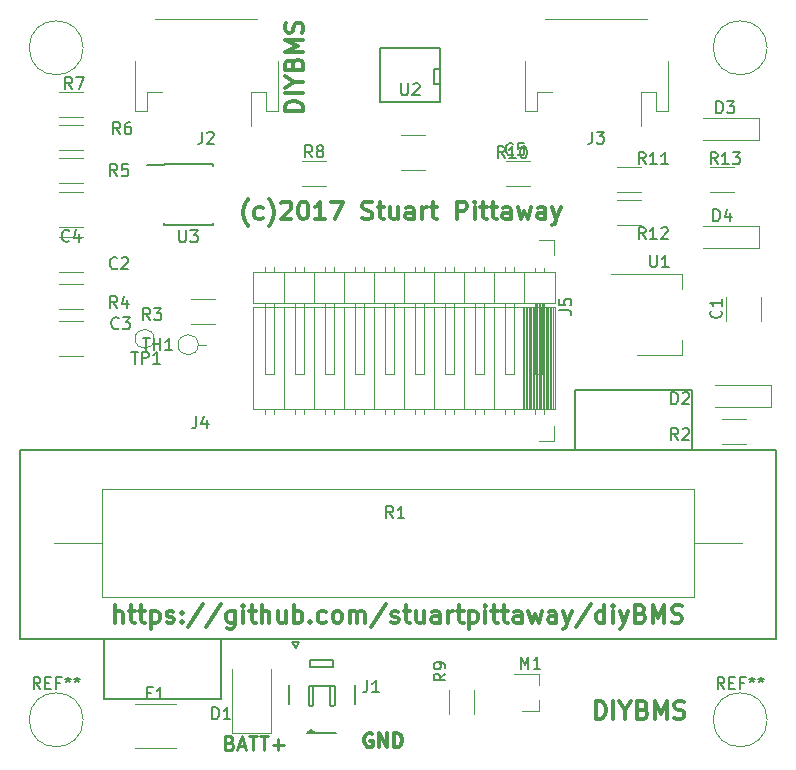
<source format=gto>
G04 #@! TF.FileFunction,Legend,Top*
%FSLAX46Y46*%
G04 Gerber Fmt 4.6, Leading zero omitted, Abs format (unit mm)*
G04 Created by KiCad (PCBNEW 4.0.7) date 11/16/17 18:27:02*
%MOMM*%
%LPD*%
G01*
G04 APERTURE LIST*
%ADD10C,0.100000*%
%ADD11C,0.300000*%
%ADD12C,0.250000*%
%ADD13C,0.200000*%
%ADD14C,0.120000*%
%ADD15C,0.150000*%
G04 APERTURE END LIST*
D10*
D11*
X112941712Y-107866571D02*
X112941712Y-106366571D01*
X113584569Y-107866571D02*
X113584569Y-107080857D01*
X113513140Y-106938000D01*
X113370283Y-106866571D01*
X113155998Y-106866571D01*
X113013140Y-106938000D01*
X112941712Y-107009429D01*
X114084569Y-106866571D02*
X114655998Y-106866571D01*
X114298855Y-106366571D02*
X114298855Y-107652286D01*
X114370283Y-107795143D01*
X114513141Y-107866571D01*
X114655998Y-107866571D01*
X114941712Y-106866571D02*
X115513141Y-106866571D01*
X115155998Y-106366571D02*
X115155998Y-107652286D01*
X115227426Y-107795143D01*
X115370284Y-107866571D01*
X115513141Y-107866571D01*
X116013141Y-106866571D02*
X116013141Y-108366571D01*
X116013141Y-106938000D02*
X116155998Y-106866571D01*
X116441712Y-106866571D01*
X116584569Y-106938000D01*
X116655998Y-107009429D01*
X116727427Y-107152286D01*
X116727427Y-107580857D01*
X116655998Y-107723714D01*
X116584569Y-107795143D01*
X116441712Y-107866571D01*
X116155998Y-107866571D01*
X116013141Y-107795143D01*
X117298855Y-107795143D02*
X117441712Y-107866571D01*
X117727427Y-107866571D01*
X117870284Y-107795143D01*
X117941712Y-107652286D01*
X117941712Y-107580857D01*
X117870284Y-107438000D01*
X117727427Y-107366571D01*
X117513141Y-107366571D01*
X117370284Y-107295143D01*
X117298855Y-107152286D01*
X117298855Y-107080857D01*
X117370284Y-106938000D01*
X117513141Y-106866571D01*
X117727427Y-106866571D01*
X117870284Y-106938000D01*
X118584570Y-107723714D02*
X118655998Y-107795143D01*
X118584570Y-107866571D01*
X118513141Y-107795143D01*
X118584570Y-107723714D01*
X118584570Y-107866571D01*
X118584570Y-106938000D02*
X118655998Y-107009429D01*
X118584570Y-107080857D01*
X118513141Y-107009429D01*
X118584570Y-106938000D01*
X118584570Y-107080857D01*
X120370284Y-106295143D02*
X119084570Y-108223714D01*
X121941713Y-106295143D02*
X120655999Y-108223714D01*
X123084571Y-106866571D02*
X123084571Y-108080857D01*
X123013142Y-108223714D01*
X122941714Y-108295143D01*
X122798857Y-108366571D01*
X122584571Y-108366571D01*
X122441714Y-108295143D01*
X123084571Y-107795143D02*
X122941714Y-107866571D01*
X122656000Y-107866571D01*
X122513142Y-107795143D01*
X122441714Y-107723714D01*
X122370285Y-107580857D01*
X122370285Y-107152286D01*
X122441714Y-107009429D01*
X122513142Y-106938000D01*
X122656000Y-106866571D01*
X122941714Y-106866571D01*
X123084571Y-106938000D01*
X123798857Y-107866571D02*
X123798857Y-106866571D01*
X123798857Y-106366571D02*
X123727428Y-106438000D01*
X123798857Y-106509429D01*
X123870285Y-106438000D01*
X123798857Y-106366571D01*
X123798857Y-106509429D01*
X124298857Y-106866571D02*
X124870286Y-106866571D01*
X124513143Y-106366571D02*
X124513143Y-107652286D01*
X124584571Y-107795143D01*
X124727429Y-107866571D01*
X124870286Y-107866571D01*
X125370286Y-107866571D02*
X125370286Y-106366571D01*
X126013143Y-107866571D02*
X126013143Y-107080857D01*
X125941714Y-106938000D01*
X125798857Y-106866571D01*
X125584572Y-106866571D01*
X125441714Y-106938000D01*
X125370286Y-107009429D01*
X127370286Y-106866571D02*
X127370286Y-107866571D01*
X126727429Y-106866571D02*
X126727429Y-107652286D01*
X126798857Y-107795143D01*
X126941715Y-107866571D01*
X127156000Y-107866571D01*
X127298857Y-107795143D01*
X127370286Y-107723714D01*
X128084572Y-107866571D02*
X128084572Y-106366571D01*
X128084572Y-106938000D02*
X128227429Y-106866571D01*
X128513143Y-106866571D01*
X128656000Y-106938000D01*
X128727429Y-107009429D01*
X128798858Y-107152286D01*
X128798858Y-107580857D01*
X128727429Y-107723714D01*
X128656000Y-107795143D01*
X128513143Y-107866571D01*
X128227429Y-107866571D01*
X128084572Y-107795143D01*
X129441715Y-107723714D02*
X129513143Y-107795143D01*
X129441715Y-107866571D01*
X129370286Y-107795143D01*
X129441715Y-107723714D01*
X129441715Y-107866571D01*
X130798858Y-107795143D02*
X130656001Y-107866571D01*
X130370287Y-107866571D01*
X130227429Y-107795143D01*
X130156001Y-107723714D01*
X130084572Y-107580857D01*
X130084572Y-107152286D01*
X130156001Y-107009429D01*
X130227429Y-106938000D01*
X130370287Y-106866571D01*
X130656001Y-106866571D01*
X130798858Y-106938000D01*
X131656001Y-107866571D02*
X131513143Y-107795143D01*
X131441715Y-107723714D01*
X131370286Y-107580857D01*
X131370286Y-107152286D01*
X131441715Y-107009429D01*
X131513143Y-106938000D01*
X131656001Y-106866571D01*
X131870286Y-106866571D01*
X132013143Y-106938000D01*
X132084572Y-107009429D01*
X132156001Y-107152286D01*
X132156001Y-107580857D01*
X132084572Y-107723714D01*
X132013143Y-107795143D01*
X131870286Y-107866571D01*
X131656001Y-107866571D01*
X132798858Y-107866571D02*
X132798858Y-106866571D01*
X132798858Y-107009429D02*
X132870286Y-106938000D01*
X133013144Y-106866571D01*
X133227429Y-106866571D01*
X133370286Y-106938000D01*
X133441715Y-107080857D01*
X133441715Y-107866571D01*
X133441715Y-107080857D02*
X133513144Y-106938000D01*
X133656001Y-106866571D01*
X133870286Y-106866571D01*
X134013144Y-106938000D01*
X134084572Y-107080857D01*
X134084572Y-107866571D01*
X135870286Y-106295143D02*
X134584572Y-108223714D01*
X136298858Y-107795143D02*
X136441715Y-107866571D01*
X136727430Y-107866571D01*
X136870287Y-107795143D01*
X136941715Y-107652286D01*
X136941715Y-107580857D01*
X136870287Y-107438000D01*
X136727430Y-107366571D01*
X136513144Y-107366571D01*
X136370287Y-107295143D01*
X136298858Y-107152286D01*
X136298858Y-107080857D01*
X136370287Y-106938000D01*
X136513144Y-106866571D01*
X136727430Y-106866571D01*
X136870287Y-106938000D01*
X137370287Y-106866571D02*
X137941716Y-106866571D01*
X137584573Y-106366571D02*
X137584573Y-107652286D01*
X137656001Y-107795143D01*
X137798859Y-107866571D01*
X137941716Y-107866571D01*
X139084573Y-106866571D02*
X139084573Y-107866571D01*
X138441716Y-106866571D02*
X138441716Y-107652286D01*
X138513144Y-107795143D01*
X138656002Y-107866571D01*
X138870287Y-107866571D01*
X139013144Y-107795143D01*
X139084573Y-107723714D01*
X140441716Y-107866571D02*
X140441716Y-107080857D01*
X140370287Y-106938000D01*
X140227430Y-106866571D01*
X139941716Y-106866571D01*
X139798859Y-106938000D01*
X140441716Y-107795143D02*
X140298859Y-107866571D01*
X139941716Y-107866571D01*
X139798859Y-107795143D01*
X139727430Y-107652286D01*
X139727430Y-107509429D01*
X139798859Y-107366571D01*
X139941716Y-107295143D01*
X140298859Y-107295143D01*
X140441716Y-107223714D01*
X141156002Y-107866571D02*
X141156002Y-106866571D01*
X141156002Y-107152286D02*
X141227430Y-107009429D01*
X141298859Y-106938000D01*
X141441716Y-106866571D01*
X141584573Y-106866571D01*
X141870287Y-106866571D02*
X142441716Y-106866571D01*
X142084573Y-106366571D02*
X142084573Y-107652286D01*
X142156001Y-107795143D01*
X142298859Y-107866571D01*
X142441716Y-107866571D01*
X142941716Y-106866571D02*
X142941716Y-108366571D01*
X142941716Y-106938000D02*
X143084573Y-106866571D01*
X143370287Y-106866571D01*
X143513144Y-106938000D01*
X143584573Y-107009429D01*
X143656002Y-107152286D01*
X143656002Y-107580857D01*
X143584573Y-107723714D01*
X143513144Y-107795143D01*
X143370287Y-107866571D01*
X143084573Y-107866571D01*
X142941716Y-107795143D01*
X144298859Y-107866571D02*
X144298859Y-106866571D01*
X144298859Y-106366571D02*
X144227430Y-106438000D01*
X144298859Y-106509429D01*
X144370287Y-106438000D01*
X144298859Y-106366571D01*
X144298859Y-106509429D01*
X144798859Y-106866571D02*
X145370288Y-106866571D01*
X145013145Y-106366571D02*
X145013145Y-107652286D01*
X145084573Y-107795143D01*
X145227431Y-107866571D01*
X145370288Y-107866571D01*
X145656002Y-106866571D02*
X146227431Y-106866571D01*
X145870288Y-106366571D02*
X145870288Y-107652286D01*
X145941716Y-107795143D01*
X146084574Y-107866571D01*
X146227431Y-107866571D01*
X147370288Y-107866571D02*
X147370288Y-107080857D01*
X147298859Y-106938000D01*
X147156002Y-106866571D01*
X146870288Y-106866571D01*
X146727431Y-106938000D01*
X147370288Y-107795143D02*
X147227431Y-107866571D01*
X146870288Y-107866571D01*
X146727431Y-107795143D01*
X146656002Y-107652286D01*
X146656002Y-107509429D01*
X146727431Y-107366571D01*
X146870288Y-107295143D01*
X147227431Y-107295143D01*
X147370288Y-107223714D01*
X147941717Y-106866571D02*
X148227431Y-107866571D01*
X148513145Y-107152286D01*
X148798860Y-107866571D01*
X149084574Y-106866571D01*
X150298860Y-107866571D02*
X150298860Y-107080857D01*
X150227431Y-106938000D01*
X150084574Y-106866571D01*
X149798860Y-106866571D01*
X149656003Y-106938000D01*
X150298860Y-107795143D02*
X150156003Y-107866571D01*
X149798860Y-107866571D01*
X149656003Y-107795143D01*
X149584574Y-107652286D01*
X149584574Y-107509429D01*
X149656003Y-107366571D01*
X149798860Y-107295143D01*
X150156003Y-107295143D01*
X150298860Y-107223714D01*
X150870289Y-106866571D02*
X151227432Y-107866571D01*
X151584574Y-106866571D02*
X151227432Y-107866571D01*
X151084574Y-108223714D01*
X151013146Y-108295143D01*
X150870289Y-108366571D01*
X153227431Y-106295143D02*
X151941717Y-108223714D01*
X154370289Y-107866571D02*
X154370289Y-106366571D01*
X154370289Y-107795143D02*
X154227432Y-107866571D01*
X153941718Y-107866571D01*
X153798860Y-107795143D01*
X153727432Y-107723714D01*
X153656003Y-107580857D01*
X153656003Y-107152286D01*
X153727432Y-107009429D01*
X153798860Y-106938000D01*
X153941718Y-106866571D01*
X154227432Y-106866571D01*
X154370289Y-106938000D01*
X155084575Y-107866571D02*
X155084575Y-106866571D01*
X155084575Y-106366571D02*
X155013146Y-106438000D01*
X155084575Y-106509429D01*
X155156003Y-106438000D01*
X155084575Y-106366571D01*
X155084575Y-106509429D01*
X155656004Y-106866571D02*
X156013147Y-107866571D01*
X156370289Y-106866571D02*
X156013147Y-107866571D01*
X155870289Y-108223714D01*
X155798861Y-108295143D01*
X155656004Y-108366571D01*
X157441718Y-107080857D02*
X157656004Y-107152286D01*
X157727432Y-107223714D01*
X157798861Y-107366571D01*
X157798861Y-107580857D01*
X157727432Y-107723714D01*
X157656004Y-107795143D01*
X157513146Y-107866571D01*
X156941718Y-107866571D01*
X156941718Y-106366571D01*
X157441718Y-106366571D01*
X157584575Y-106438000D01*
X157656004Y-106509429D01*
X157727432Y-106652286D01*
X157727432Y-106795143D01*
X157656004Y-106938000D01*
X157584575Y-107009429D01*
X157441718Y-107080857D01*
X156941718Y-107080857D01*
X158441718Y-107866571D02*
X158441718Y-106366571D01*
X158941718Y-107438000D01*
X159441718Y-106366571D01*
X159441718Y-107866571D01*
X160084575Y-107795143D02*
X160298861Y-107866571D01*
X160656004Y-107866571D01*
X160798861Y-107795143D01*
X160870290Y-107723714D01*
X160941718Y-107580857D01*
X160941718Y-107438000D01*
X160870290Y-107295143D01*
X160798861Y-107223714D01*
X160656004Y-107152286D01*
X160370290Y-107080857D01*
X160227432Y-107009429D01*
X160156004Y-106938000D01*
X160084575Y-106795143D01*
X160084575Y-106652286D01*
X160156004Y-106509429D01*
X160227432Y-106438000D01*
X160370290Y-106366571D01*
X160727432Y-106366571D01*
X160941718Y-106438000D01*
X128821571Y-64547285D02*
X127321571Y-64547285D01*
X127321571Y-64190142D01*
X127393000Y-63975857D01*
X127535857Y-63832999D01*
X127678714Y-63761571D01*
X127964429Y-63690142D01*
X128178714Y-63690142D01*
X128464429Y-63761571D01*
X128607286Y-63832999D01*
X128750143Y-63975857D01*
X128821571Y-64190142D01*
X128821571Y-64547285D01*
X128821571Y-63047285D02*
X127321571Y-63047285D01*
X128107286Y-62047285D02*
X128821571Y-62047285D01*
X127321571Y-62547285D02*
X128107286Y-62047285D01*
X127321571Y-61547285D01*
X128035857Y-60547285D02*
X128107286Y-60332999D01*
X128178714Y-60261571D01*
X128321571Y-60190142D01*
X128535857Y-60190142D01*
X128678714Y-60261571D01*
X128750143Y-60332999D01*
X128821571Y-60475857D01*
X128821571Y-61047285D01*
X127321571Y-61047285D01*
X127321571Y-60547285D01*
X127393000Y-60404428D01*
X127464429Y-60332999D01*
X127607286Y-60261571D01*
X127750143Y-60261571D01*
X127893000Y-60332999D01*
X127964429Y-60404428D01*
X128035857Y-60547285D01*
X128035857Y-61047285D01*
X128821571Y-59547285D02*
X127321571Y-59547285D01*
X128393000Y-59047285D01*
X127321571Y-58547285D01*
X128821571Y-58547285D01*
X128750143Y-57904428D02*
X128821571Y-57690142D01*
X128821571Y-57332999D01*
X128750143Y-57190142D01*
X128678714Y-57118713D01*
X128535857Y-57047285D01*
X128393000Y-57047285D01*
X128250143Y-57118713D01*
X128178714Y-57190142D01*
X128107286Y-57332999D01*
X128035857Y-57618713D01*
X127964429Y-57761571D01*
X127893000Y-57832999D01*
X127750143Y-57904428D01*
X127607286Y-57904428D01*
X127464429Y-57832999D01*
X127393000Y-57761571D01*
X127321571Y-57618713D01*
X127321571Y-57261571D01*
X127393000Y-57047285D01*
D12*
X122628286Y-118024286D02*
X122799715Y-118081429D01*
X122856858Y-118138571D01*
X122914001Y-118252857D01*
X122914001Y-118424286D01*
X122856858Y-118538571D01*
X122799715Y-118595714D01*
X122685429Y-118652857D01*
X122228286Y-118652857D01*
X122228286Y-117452857D01*
X122628286Y-117452857D01*
X122742572Y-117510000D01*
X122799715Y-117567143D01*
X122856858Y-117681429D01*
X122856858Y-117795714D01*
X122799715Y-117910000D01*
X122742572Y-117967143D01*
X122628286Y-118024286D01*
X122228286Y-118024286D01*
X123371143Y-118310000D02*
X123942572Y-118310000D01*
X123256858Y-118652857D02*
X123656858Y-117452857D01*
X124056858Y-118652857D01*
X124285429Y-117452857D02*
X124971143Y-117452857D01*
X124628286Y-118652857D02*
X124628286Y-117452857D01*
X125199715Y-117452857D02*
X125885429Y-117452857D01*
X125542572Y-118652857D02*
X125542572Y-117452857D01*
X126285429Y-118195714D02*
X127199715Y-118195714D01*
X126742572Y-118652857D02*
X126742572Y-117738571D01*
D11*
X134721715Y-117256000D02*
X134607429Y-117198857D01*
X134436000Y-117198857D01*
X134264572Y-117256000D01*
X134150286Y-117370286D01*
X134093143Y-117484571D01*
X134036000Y-117713143D01*
X134036000Y-117884571D01*
X134093143Y-118113143D01*
X134150286Y-118227429D01*
X134264572Y-118341714D01*
X134436000Y-118398857D01*
X134550286Y-118398857D01*
X134721715Y-118341714D01*
X134778858Y-118284571D01*
X134778858Y-117884571D01*
X134550286Y-117884571D01*
X135293143Y-118398857D02*
X135293143Y-117198857D01*
X135978858Y-118398857D01*
X135978858Y-117198857D01*
X136550286Y-118398857D02*
X136550286Y-117198857D01*
X136836001Y-117198857D01*
X137007429Y-117256000D01*
X137121715Y-117370286D01*
X137178858Y-117484571D01*
X137236001Y-117713143D01*
X137236001Y-117884571D01*
X137178858Y-118113143D01*
X137121715Y-118227429D01*
X137007429Y-118341714D01*
X136836001Y-118398857D01*
X136550286Y-118398857D01*
X124231429Y-74275000D02*
X124160001Y-74203571D01*
X124017144Y-73989286D01*
X123945715Y-73846429D01*
X123874286Y-73632143D01*
X123802858Y-73275000D01*
X123802858Y-72989286D01*
X123874286Y-72632143D01*
X123945715Y-72417857D01*
X124017144Y-72275000D01*
X124160001Y-72060714D01*
X124231429Y-71989286D01*
X125445715Y-73632143D02*
X125302858Y-73703571D01*
X125017144Y-73703571D01*
X124874286Y-73632143D01*
X124802858Y-73560714D01*
X124731429Y-73417857D01*
X124731429Y-72989286D01*
X124802858Y-72846429D01*
X124874286Y-72775000D01*
X125017144Y-72703571D01*
X125302858Y-72703571D01*
X125445715Y-72775000D01*
X125945715Y-74275000D02*
X126017143Y-74203571D01*
X126160000Y-73989286D01*
X126231429Y-73846429D01*
X126302858Y-73632143D01*
X126374286Y-73275000D01*
X126374286Y-72989286D01*
X126302858Y-72632143D01*
X126231429Y-72417857D01*
X126160000Y-72275000D01*
X126017143Y-72060714D01*
X125945715Y-71989286D01*
X127017143Y-72346429D02*
X127088572Y-72275000D01*
X127231429Y-72203571D01*
X127588572Y-72203571D01*
X127731429Y-72275000D01*
X127802858Y-72346429D01*
X127874286Y-72489286D01*
X127874286Y-72632143D01*
X127802858Y-72846429D01*
X126945715Y-73703571D01*
X127874286Y-73703571D01*
X128802857Y-72203571D02*
X128945714Y-72203571D01*
X129088571Y-72275000D01*
X129160000Y-72346429D01*
X129231429Y-72489286D01*
X129302857Y-72775000D01*
X129302857Y-73132143D01*
X129231429Y-73417857D01*
X129160000Y-73560714D01*
X129088571Y-73632143D01*
X128945714Y-73703571D01*
X128802857Y-73703571D01*
X128660000Y-73632143D01*
X128588571Y-73560714D01*
X128517143Y-73417857D01*
X128445714Y-73132143D01*
X128445714Y-72775000D01*
X128517143Y-72489286D01*
X128588571Y-72346429D01*
X128660000Y-72275000D01*
X128802857Y-72203571D01*
X130731428Y-73703571D02*
X129874285Y-73703571D01*
X130302857Y-73703571D02*
X130302857Y-72203571D01*
X130160000Y-72417857D01*
X130017142Y-72560714D01*
X129874285Y-72632143D01*
X131231428Y-72203571D02*
X132231428Y-72203571D01*
X131588571Y-73703571D01*
X133874284Y-73632143D02*
X134088570Y-73703571D01*
X134445713Y-73703571D01*
X134588570Y-73632143D01*
X134659999Y-73560714D01*
X134731427Y-73417857D01*
X134731427Y-73275000D01*
X134659999Y-73132143D01*
X134588570Y-73060714D01*
X134445713Y-72989286D01*
X134159999Y-72917857D01*
X134017141Y-72846429D01*
X133945713Y-72775000D01*
X133874284Y-72632143D01*
X133874284Y-72489286D01*
X133945713Y-72346429D01*
X134017141Y-72275000D01*
X134159999Y-72203571D01*
X134517141Y-72203571D01*
X134731427Y-72275000D01*
X135159998Y-72703571D02*
X135731427Y-72703571D01*
X135374284Y-72203571D02*
X135374284Y-73489286D01*
X135445712Y-73632143D01*
X135588570Y-73703571D01*
X135731427Y-73703571D01*
X136874284Y-72703571D02*
X136874284Y-73703571D01*
X136231427Y-72703571D02*
X136231427Y-73489286D01*
X136302855Y-73632143D01*
X136445713Y-73703571D01*
X136659998Y-73703571D01*
X136802855Y-73632143D01*
X136874284Y-73560714D01*
X138231427Y-73703571D02*
X138231427Y-72917857D01*
X138159998Y-72775000D01*
X138017141Y-72703571D01*
X137731427Y-72703571D01*
X137588570Y-72775000D01*
X138231427Y-73632143D02*
X138088570Y-73703571D01*
X137731427Y-73703571D01*
X137588570Y-73632143D01*
X137517141Y-73489286D01*
X137517141Y-73346429D01*
X137588570Y-73203571D01*
X137731427Y-73132143D01*
X138088570Y-73132143D01*
X138231427Y-73060714D01*
X138945713Y-73703571D02*
X138945713Y-72703571D01*
X138945713Y-72989286D02*
X139017141Y-72846429D01*
X139088570Y-72775000D01*
X139231427Y-72703571D01*
X139374284Y-72703571D01*
X139659998Y-72703571D02*
X140231427Y-72703571D01*
X139874284Y-72203571D02*
X139874284Y-73489286D01*
X139945712Y-73632143D01*
X140088570Y-73703571D01*
X140231427Y-73703571D01*
X141874284Y-73703571D02*
X141874284Y-72203571D01*
X142445712Y-72203571D01*
X142588570Y-72275000D01*
X142659998Y-72346429D01*
X142731427Y-72489286D01*
X142731427Y-72703571D01*
X142659998Y-72846429D01*
X142588570Y-72917857D01*
X142445712Y-72989286D01*
X141874284Y-72989286D01*
X143374284Y-73703571D02*
X143374284Y-72703571D01*
X143374284Y-72203571D02*
X143302855Y-72275000D01*
X143374284Y-72346429D01*
X143445712Y-72275000D01*
X143374284Y-72203571D01*
X143374284Y-72346429D01*
X143874284Y-72703571D02*
X144445713Y-72703571D01*
X144088570Y-72203571D02*
X144088570Y-73489286D01*
X144159998Y-73632143D01*
X144302856Y-73703571D01*
X144445713Y-73703571D01*
X144731427Y-72703571D02*
X145302856Y-72703571D01*
X144945713Y-72203571D02*
X144945713Y-73489286D01*
X145017141Y-73632143D01*
X145159999Y-73703571D01*
X145302856Y-73703571D01*
X146445713Y-73703571D02*
X146445713Y-72917857D01*
X146374284Y-72775000D01*
X146231427Y-72703571D01*
X145945713Y-72703571D01*
X145802856Y-72775000D01*
X146445713Y-73632143D02*
X146302856Y-73703571D01*
X145945713Y-73703571D01*
X145802856Y-73632143D01*
X145731427Y-73489286D01*
X145731427Y-73346429D01*
X145802856Y-73203571D01*
X145945713Y-73132143D01*
X146302856Y-73132143D01*
X146445713Y-73060714D01*
X147017142Y-72703571D02*
X147302856Y-73703571D01*
X147588570Y-72989286D01*
X147874285Y-73703571D01*
X148159999Y-72703571D01*
X149374285Y-73703571D02*
X149374285Y-72917857D01*
X149302856Y-72775000D01*
X149159999Y-72703571D01*
X148874285Y-72703571D01*
X148731428Y-72775000D01*
X149374285Y-73632143D02*
X149231428Y-73703571D01*
X148874285Y-73703571D01*
X148731428Y-73632143D01*
X148659999Y-73489286D01*
X148659999Y-73346429D01*
X148731428Y-73203571D01*
X148874285Y-73132143D01*
X149231428Y-73132143D01*
X149374285Y-73060714D01*
X149945714Y-72703571D02*
X150302857Y-73703571D01*
X150659999Y-72703571D02*
X150302857Y-73703571D01*
X150159999Y-74060714D01*
X150088571Y-74132143D01*
X149945714Y-74203571D01*
X153638715Y-115994571D02*
X153638715Y-114494571D01*
X153995858Y-114494571D01*
X154210143Y-114566000D01*
X154353001Y-114708857D01*
X154424429Y-114851714D01*
X154495858Y-115137429D01*
X154495858Y-115351714D01*
X154424429Y-115637429D01*
X154353001Y-115780286D01*
X154210143Y-115923143D01*
X153995858Y-115994571D01*
X153638715Y-115994571D01*
X155138715Y-115994571D02*
X155138715Y-114494571D01*
X156138715Y-115280286D02*
X156138715Y-115994571D01*
X155638715Y-114494571D02*
X156138715Y-115280286D01*
X156638715Y-114494571D01*
X157638715Y-115208857D02*
X157853001Y-115280286D01*
X157924429Y-115351714D01*
X157995858Y-115494571D01*
X157995858Y-115708857D01*
X157924429Y-115851714D01*
X157853001Y-115923143D01*
X157710143Y-115994571D01*
X157138715Y-115994571D01*
X157138715Y-114494571D01*
X157638715Y-114494571D01*
X157781572Y-114566000D01*
X157853001Y-114637429D01*
X157924429Y-114780286D01*
X157924429Y-114923143D01*
X157853001Y-115066000D01*
X157781572Y-115137429D01*
X157638715Y-115208857D01*
X157138715Y-115208857D01*
X158638715Y-115994571D02*
X158638715Y-114494571D01*
X159138715Y-115566000D01*
X159638715Y-114494571D01*
X159638715Y-115994571D01*
X160281572Y-115923143D02*
X160495858Y-115994571D01*
X160853001Y-115994571D01*
X160995858Y-115923143D01*
X161067287Y-115851714D01*
X161138715Y-115708857D01*
X161138715Y-115566000D01*
X161067287Y-115423143D01*
X160995858Y-115351714D01*
X160853001Y-115280286D01*
X160567287Y-115208857D01*
X160424429Y-115137429D01*
X160353001Y-115066000D01*
X160281572Y-114923143D01*
X160281572Y-114780286D01*
X160353001Y-114637429D01*
X160424429Y-114566000D01*
X160567287Y-114494571D01*
X160924429Y-114494571D01*
X161138715Y-114566000D01*
D13*
X121920000Y-114300000D02*
X121920000Y-109220000D01*
X112014000Y-114300000D02*
X112014000Y-109220000D01*
X112014000Y-114300000D02*
X121920000Y-114300000D01*
X151892000Y-88138000D02*
X161798000Y-88138000D01*
X151892000Y-93218000D02*
X151892000Y-88138000D01*
X161798000Y-88138000D02*
X161798000Y-93218000D01*
X104902000Y-109220000D02*
X104902000Y-93218000D01*
X168910000Y-93218000D02*
X168910000Y-109220000D01*
X168910000Y-93218000D02*
X104902000Y-93218000D01*
X104902000Y-109220000D02*
X168910000Y-109220000D01*
D14*
X168148000Y-116078000D02*
G75*
G03X168148000Y-116078000I-2286000J0D01*
G01*
X110236000Y-116078000D02*
G75*
G03X110236000Y-116078000I-2286000J0D01*
G01*
X110236000Y-59182000D02*
G75*
G03X110236000Y-59182000I-2286000J0D01*
G01*
X164636000Y-80280000D02*
X164636000Y-82280000D01*
X167596000Y-82280000D02*
X167596000Y-80280000D01*
X110220000Y-75228000D02*
X108220000Y-75228000D01*
X108220000Y-78188000D02*
X110220000Y-78188000D01*
X108220000Y-85300000D02*
X110220000Y-85300000D01*
X110220000Y-82340000D02*
X108220000Y-82340000D01*
X108220000Y-74378000D02*
X110220000Y-74378000D01*
X110220000Y-71418000D02*
X108220000Y-71418000D01*
X137176000Y-69552000D02*
X139176000Y-69552000D01*
X139176000Y-66592000D02*
X137176000Y-66592000D01*
X124425000Y-62939000D02*
X125700000Y-62939000D01*
X125700000Y-62939000D02*
X125700000Y-64539000D01*
X125700000Y-64539000D02*
X126700000Y-64539000D01*
X126700000Y-64539000D02*
X126700000Y-60314000D01*
X114600000Y-60314000D02*
X114600000Y-64539000D01*
X114600000Y-64539000D02*
X115600000Y-64539000D01*
X115600000Y-64539000D02*
X115600000Y-62939000D01*
X115600000Y-62939000D02*
X116875000Y-62939000D01*
X124975000Y-56739000D02*
X116325000Y-56739000D01*
X124425000Y-62939000D02*
X124425000Y-65839000D01*
X166354000Y-92764000D02*
X164354000Y-92764000D01*
X164354000Y-90624000D02*
X166354000Y-90624000D01*
X121396000Y-82604000D02*
X119396000Y-82604000D01*
X119396000Y-80464000D02*
X121396000Y-80464000D01*
X108220000Y-79194000D02*
X110220000Y-79194000D01*
X110220000Y-81334000D02*
X108220000Y-81334000D01*
X108220000Y-68526000D02*
X110220000Y-68526000D01*
X110220000Y-70666000D02*
X108220000Y-70666000D01*
X110220000Y-67872000D02*
X108220000Y-67872000D01*
X108220000Y-65732000D02*
X110220000Y-65732000D01*
X108220000Y-62938000D02*
X110220000Y-62938000D01*
X110220000Y-65078000D02*
X108220000Y-65078000D01*
X130794000Y-70920000D02*
X128794000Y-70920000D01*
X128794000Y-68780000D02*
X130794000Y-68780000D01*
X141170000Y-115554000D02*
X141170000Y-113554000D01*
X143310000Y-113554000D02*
X143310000Y-115554000D01*
X148066000Y-70920000D02*
X146066000Y-70920000D01*
X146066000Y-68780000D02*
X148066000Y-68780000D01*
X160914000Y-85198000D02*
X160914000Y-83938000D01*
X160914000Y-78378000D02*
X160914000Y-79638000D01*
X157154000Y-85198000D02*
X160914000Y-85198000D01*
X154904000Y-78378000D02*
X160914000Y-78378000D01*
D15*
X117051000Y-69053000D02*
X117051000Y-69103000D01*
X121201000Y-69053000D02*
X121201000Y-69198000D01*
X121201000Y-74203000D02*
X121201000Y-74058000D01*
X117051000Y-74203000D02*
X117051000Y-74058000D01*
X117051000Y-69053000D02*
X121201000Y-69053000D01*
X117051000Y-74203000D02*
X121201000Y-74203000D01*
X117051000Y-69103000D02*
X115651000Y-69103000D01*
D14*
X148842000Y-115372000D02*
X148842000Y-114442000D01*
X148842000Y-112212000D02*
X148842000Y-113142000D01*
X148842000Y-112212000D02*
X146682000Y-112212000D01*
X148842000Y-115372000D02*
X147382000Y-115372000D01*
X157464000Y-71428000D02*
X155464000Y-71428000D01*
X155464000Y-69288000D02*
X157464000Y-69288000D01*
D15*
X140462000Y-63754000D02*
X135382000Y-63754000D01*
X135382000Y-63754000D02*
X135382000Y-59182000D01*
X135382000Y-59182000D02*
X140462000Y-59182000D01*
X140462000Y-59182000D02*
X140462000Y-63754000D01*
X140462000Y-62230000D02*
X139954000Y-62230000D01*
X139954000Y-62230000D02*
X139954000Y-60960000D01*
X139954000Y-60960000D02*
X140462000Y-60960000D01*
D14*
X157445000Y-62939000D02*
X158720000Y-62939000D01*
X158720000Y-62939000D02*
X158720000Y-64539000D01*
X158720000Y-64539000D02*
X159720000Y-64539000D01*
X159720000Y-64539000D02*
X159720000Y-60314000D01*
X147620000Y-60314000D02*
X147620000Y-64539000D01*
X147620000Y-64539000D02*
X148620000Y-64539000D01*
X148620000Y-64539000D02*
X148620000Y-62939000D01*
X148620000Y-62939000D02*
X149895000Y-62939000D01*
X157995000Y-56739000D02*
X149345000Y-56739000D01*
X157445000Y-62939000D02*
X157445000Y-65839000D01*
X155464000Y-72082000D02*
X157464000Y-72082000D01*
X157464000Y-74222000D02*
X155464000Y-74222000D01*
X165338000Y-71428000D02*
X163338000Y-71428000D01*
X163338000Y-69288000D02*
X165338000Y-69288000D01*
X119986000Y-84328000D02*
G75*
G03X119986000Y-84328000I-860000J0D01*
G01*
X119986000Y-84328000D02*
X120666000Y-84328000D01*
X150174000Y-89726000D02*
X147574000Y-89726000D01*
X147574000Y-89726000D02*
X147574000Y-81096000D01*
X147574000Y-81096000D02*
X150174000Y-81096000D01*
X150174000Y-81096000D02*
X150174000Y-89726000D01*
X149224000Y-90156000D02*
X149224000Y-89726000D01*
X148464000Y-90156000D02*
X148464000Y-89726000D01*
X149994000Y-89726000D02*
X149994000Y-81096000D01*
X149874000Y-89726000D02*
X149874000Y-81096000D01*
X149754000Y-89726000D02*
X149754000Y-81096000D01*
X149634000Y-89726000D02*
X149634000Y-81096000D01*
X149514000Y-89726000D02*
X149514000Y-81096000D01*
X149394000Y-89726000D02*
X149394000Y-81096000D01*
X149274000Y-89726000D02*
X149274000Y-81096000D01*
X149154000Y-89726000D02*
X149154000Y-81096000D01*
X149034000Y-89726000D02*
X149034000Y-81096000D01*
X148914000Y-89726000D02*
X148914000Y-81096000D01*
X148794000Y-89726000D02*
X148794000Y-81096000D01*
X148674000Y-89726000D02*
X148674000Y-81096000D01*
X148554000Y-89726000D02*
X148554000Y-81096000D01*
X148434000Y-89726000D02*
X148434000Y-81096000D01*
X148314000Y-89726000D02*
X148314000Y-81096000D01*
X148194000Y-89726000D02*
X148194000Y-81096000D01*
X148074000Y-89726000D02*
X148074000Y-81096000D01*
X147954000Y-89726000D02*
X147954000Y-81096000D01*
X147834000Y-89726000D02*
X147834000Y-81096000D01*
X147714000Y-89726000D02*
X147714000Y-81096000D01*
X147594000Y-89726000D02*
X147594000Y-81096000D01*
X147474000Y-89726000D02*
X147474000Y-81096000D01*
X147574000Y-89726000D02*
X145034000Y-89726000D01*
X145034000Y-89726000D02*
X145034000Y-81096000D01*
X145034000Y-81096000D02*
X147574000Y-81096000D01*
X147574000Y-81096000D02*
X147574000Y-89726000D01*
X146684000Y-90156000D02*
X146684000Y-89726000D01*
X145924000Y-90156000D02*
X145924000Y-89726000D01*
X145034000Y-89726000D02*
X142494000Y-89726000D01*
X142494000Y-89726000D02*
X142494000Y-81096000D01*
X142494000Y-81096000D02*
X145034000Y-81096000D01*
X145034000Y-81096000D02*
X145034000Y-89726000D01*
X144144000Y-90156000D02*
X144144000Y-89726000D01*
X143384000Y-90156000D02*
X143384000Y-89726000D01*
X142494000Y-89726000D02*
X139954000Y-89726000D01*
X139954000Y-89726000D02*
X139954000Y-81096000D01*
X139954000Y-81096000D02*
X142494000Y-81096000D01*
X142494000Y-81096000D02*
X142494000Y-89726000D01*
X141604000Y-90156000D02*
X141604000Y-89726000D01*
X140844000Y-90156000D02*
X140844000Y-89726000D01*
X139954000Y-89726000D02*
X137414000Y-89726000D01*
X137414000Y-89726000D02*
X137414000Y-81096000D01*
X137414000Y-81096000D02*
X139954000Y-81096000D01*
X139954000Y-81096000D02*
X139954000Y-89726000D01*
X139064000Y-90156000D02*
X139064000Y-89726000D01*
X138304000Y-90156000D02*
X138304000Y-89726000D01*
X137414000Y-89726000D02*
X134874000Y-89726000D01*
X134874000Y-89726000D02*
X134874000Y-81096000D01*
X134874000Y-81096000D02*
X137414000Y-81096000D01*
X137414000Y-81096000D02*
X137414000Y-89726000D01*
X136524000Y-90156000D02*
X136524000Y-89726000D01*
X135764000Y-90156000D02*
X135764000Y-89726000D01*
X134874000Y-89726000D02*
X132334000Y-89726000D01*
X132334000Y-89726000D02*
X132334000Y-81096000D01*
X132334000Y-81096000D02*
X134874000Y-81096000D01*
X134874000Y-81096000D02*
X134874000Y-89726000D01*
X133984000Y-90156000D02*
X133984000Y-89726000D01*
X133224000Y-90156000D02*
X133224000Y-89726000D01*
X132334000Y-89726000D02*
X129794000Y-89726000D01*
X129794000Y-89726000D02*
X129794000Y-81096000D01*
X129794000Y-81096000D02*
X132334000Y-81096000D01*
X132334000Y-81096000D02*
X132334000Y-89726000D01*
X131444000Y-90156000D02*
X131444000Y-89726000D01*
X130684000Y-90156000D02*
X130684000Y-89726000D01*
X129794000Y-89726000D02*
X127254000Y-89726000D01*
X127254000Y-89726000D02*
X127254000Y-81096000D01*
X127254000Y-81096000D02*
X129794000Y-81096000D01*
X129794000Y-81096000D02*
X129794000Y-89726000D01*
X128904000Y-90156000D02*
X128904000Y-89726000D01*
X128144000Y-90156000D02*
X128144000Y-89726000D01*
X127254000Y-89726000D02*
X124654000Y-89726000D01*
X124654000Y-89726000D02*
X124654000Y-81096000D01*
X124654000Y-81096000D02*
X127254000Y-81096000D01*
X127254000Y-81096000D02*
X127254000Y-89726000D01*
X126364000Y-90156000D02*
X126364000Y-89726000D01*
X125604000Y-90156000D02*
X125604000Y-89726000D01*
X150114000Y-91186000D02*
X150114000Y-92456000D01*
X150114000Y-92456000D02*
X148844000Y-92456000D01*
X150174000Y-78148000D02*
X124654000Y-78148000D01*
X124654000Y-78148000D02*
X124654000Y-80808000D01*
X124654000Y-80808000D02*
X150174000Y-80808000D01*
X150174000Y-80808000D02*
X150174000Y-78148000D01*
X149224000Y-80808000D02*
X149224000Y-86808000D01*
X149224000Y-86808000D02*
X148464000Y-86808000D01*
X148464000Y-86808000D02*
X148464000Y-80808000D01*
X149164000Y-80808000D02*
X149164000Y-86808000D01*
X149044000Y-80808000D02*
X149044000Y-86808000D01*
X148924000Y-80808000D02*
X148924000Y-86808000D01*
X148804000Y-80808000D02*
X148804000Y-86808000D01*
X148684000Y-80808000D02*
X148684000Y-86808000D01*
X148564000Y-80808000D02*
X148564000Y-86808000D01*
X149224000Y-77818000D02*
X149224000Y-78148000D01*
X148464000Y-77818000D02*
X148464000Y-78148000D01*
X147574000Y-78148000D02*
X147574000Y-80808000D01*
X146684000Y-80808000D02*
X146684000Y-86808000D01*
X146684000Y-86808000D02*
X145924000Y-86808000D01*
X145924000Y-86808000D02*
X145924000Y-80808000D01*
X146684000Y-77750929D02*
X146684000Y-78148000D01*
X145924000Y-77750929D02*
X145924000Y-78148000D01*
X145034000Y-78148000D02*
X145034000Y-80808000D01*
X144144000Y-80808000D02*
X144144000Y-86808000D01*
X144144000Y-86808000D02*
X143384000Y-86808000D01*
X143384000Y-86808000D02*
X143384000Y-80808000D01*
X144144000Y-77750929D02*
X144144000Y-78148000D01*
X143384000Y-77750929D02*
X143384000Y-78148000D01*
X142494000Y-78148000D02*
X142494000Y-80808000D01*
X141604000Y-80808000D02*
X141604000Y-86808000D01*
X141604000Y-86808000D02*
X140844000Y-86808000D01*
X140844000Y-86808000D02*
X140844000Y-80808000D01*
X141604000Y-77750929D02*
X141604000Y-78148000D01*
X140844000Y-77750929D02*
X140844000Y-78148000D01*
X139954000Y-78148000D02*
X139954000Y-80808000D01*
X139064000Y-80808000D02*
X139064000Y-86808000D01*
X139064000Y-86808000D02*
X138304000Y-86808000D01*
X138304000Y-86808000D02*
X138304000Y-80808000D01*
X139064000Y-77750929D02*
X139064000Y-78148000D01*
X138304000Y-77750929D02*
X138304000Y-78148000D01*
X137414000Y-78148000D02*
X137414000Y-80808000D01*
X136524000Y-80808000D02*
X136524000Y-86808000D01*
X136524000Y-86808000D02*
X135764000Y-86808000D01*
X135764000Y-86808000D02*
X135764000Y-80808000D01*
X136524000Y-77750929D02*
X136524000Y-78148000D01*
X135764000Y-77750929D02*
X135764000Y-78148000D01*
X134874000Y-78148000D02*
X134874000Y-80808000D01*
X133984000Y-80808000D02*
X133984000Y-86808000D01*
X133984000Y-86808000D02*
X133224000Y-86808000D01*
X133224000Y-86808000D02*
X133224000Y-80808000D01*
X133984000Y-77750929D02*
X133984000Y-78148000D01*
X133224000Y-77750929D02*
X133224000Y-78148000D01*
X132334000Y-78148000D02*
X132334000Y-80808000D01*
X131444000Y-80808000D02*
X131444000Y-86808000D01*
X131444000Y-86808000D02*
X130684000Y-86808000D01*
X130684000Y-86808000D02*
X130684000Y-80808000D01*
X131444000Y-77750929D02*
X131444000Y-78148000D01*
X130684000Y-77750929D02*
X130684000Y-78148000D01*
X129794000Y-78148000D02*
X129794000Y-80808000D01*
X128904000Y-80808000D02*
X128904000Y-86808000D01*
X128904000Y-86808000D02*
X128144000Y-86808000D01*
X128144000Y-86808000D02*
X128144000Y-80808000D01*
X128904000Y-77750929D02*
X128904000Y-78148000D01*
X128144000Y-77750929D02*
X128144000Y-78148000D01*
X127254000Y-78148000D02*
X127254000Y-80808000D01*
X126364000Y-80808000D02*
X126364000Y-86808000D01*
X126364000Y-86808000D02*
X125604000Y-86808000D01*
X125604000Y-86808000D02*
X125604000Y-80808000D01*
X126364000Y-77750929D02*
X126364000Y-78148000D01*
X125604000Y-77750929D02*
X125604000Y-78148000D01*
X148844000Y-75438000D02*
X150114000Y-75438000D01*
X150114000Y-75438000D02*
X150114000Y-76708000D01*
X168454000Y-89596000D02*
X168454000Y-87696000D01*
X168454000Y-87696000D02*
X163754000Y-87696000D01*
X168454000Y-89596000D02*
X163754000Y-89596000D01*
X167438000Y-66990000D02*
X167438000Y-65090000D01*
X167438000Y-65090000D02*
X162738000Y-65090000D01*
X167438000Y-66990000D02*
X162738000Y-66990000D01*
X167438000Y-76134000D02*
X167438000Y-74234000D01*
X167438000Y-74234000D02*
X162738000Y-74234000D01*
X167438000Y-76134000D02*
X162738000Y-76134000D01*
X161966000Y-105652000D02*
X161966000Y-96532000D01*
X161966000Y-96532000D02*
X111846000Y-96532000D01*
X111846000Y-96532000D02*
X111846000Y-105652000D01*
X111846000Y-105652000D02*
X161966000Y-105652000D01*
X166006000Y-101092000D02*
X161966000Y-101092000D01*
X107806000Y-101092000D02*
X111846000Y-101092000D01*
X122810000Y-117192000D02*
X126110000Y-117192000D01*
X126110000Y-117192000D02*
X126110000Y-111792000D01*
X122810000Y-117192000D02*
X122810000Y-111792000D01*
X168148000Y-59182000D02*
G75*
G03X168148000Y-59182000I-2286000J0D01*
G01*
X114602000Y-118466000D02*
X118062000Y-118466000D01*
X114602000Y-114706000D02*
X118062000Y-114706000D01*
D15*
X129729000Y-113219000D02*
X131129000Y-113219000D01*
X129729000Y-113219000D02*
X129329000Y-113219000D01*
X129729000Y-114819000D02*
X129729000Y-113219000D01*
X129629000Y-114919000D02*
X129729000Y-114819000D01*
X129429000Y-114919000D02*
X129629000Y-114919000D01*
X129329000Y-114819000D02*
X129429000Y-114919000D01*
X129329000Y-113219000D02*
X129329000Y-114819000D01*
X131129000Y-113219000D02*
X131529000Y-113219000D01*
X131129000Y-114819000D02*
X131129000Y-113219000D01*
X131229000Y-114919000D02*
X131129000Y-114819000D01*
X131429000Y-114919000D02*
X131229000Y-114919000D01*
X131529000Y-114819000D02*
X131429000Y-114919000D01*
X131529000Y-113219000D02*
X131529000Y-114819000D01*
X131429000Y-111619000D02*
X131429000Y-111019000D01*
X129429000Y-111619000D02*
X131429000Y-111619000D01*
X129429000Y-111019000D02*
X129429000Y-111619000D01*
X129529000Y-116919000D02*
X129829000Y-117219000D01*
X129229000Y-117219000D02*
X129529000Y-116919000D01*
X128229000Y-110019000D02*
X128529000Y-109519000D01*
X128529000Y-109519000D02*
X127929000Y-109519000D01*
X127929000Y-109519000D02*
X128229000Y-110019000D01*
X131629000Y-117219000D02*
X129229000Y-117219000D01*
X133229000Y-113119000D02*
X133229000Y-114719000D01*
X127629000Y-113119000D02*
X127629000Y-114719000D01*
X129429000Y-111019000D02*
X131429000Y-111019000D01*
D14*
X116246219Y-83820000D02*
G75*
G03X116246219Y-83820000I-803219J0D01*
G01*
D15*
X164528667Y-113482381D02*
X164195333Y-113006190D01*
X163957238Y-113482381D02*
X163957238Y-112482381D01*
X164338191Y-112482381D01*
X164433429Y-112530000D01*
X164481048Y-112577619D01*
X164528667Y-112672857D01*
X164528667Y-112815714D01*
X164481048Y-112910952D01*
X164433429Y-112958571D01*
X164338191Y-113006190D01*
X163957238Y-113006190D01*
X164957238Y-112958571D02*
X165290572Y-112958571D01*
X165433429Y-113482381D02*
X164957238Y-113482381D01*
X164957238Y-112482381D01*
X165433429Y-112482381D01*
X166195334Y-112958571D02*
X165862000Y-112958571D01*
X165862000Y-113482381D02*
X165862000Y-112482381D01*
X166338191Y-112482381D01*
X166862000Y-112482381D02*
X166862000Y-112720476D01*
X166623905Y-112625238D02*
X166862000Y-112720476D01*
X167100096Y-112625238D01*
X166719143Y-112910952D02*
X166862000Y-112720476D01*
X167004858Y-112910952D01*
X167623905Y-112482381D02*
X167623905Y-112720476D01*
X167385810Y-112625238D02*
X167623905Y-112720476D01*
X167862001Y-112625238D01*
X167481048Y-112910952D02*
X167623905Y-112720476D01*
X167766763Y-112910952D01*
X106616667Y-113482381D02*
X106283333Y-113006190D01*
X106045238Y-113482381D02*
X106045238Y-112482381D01*
X106426191Y-112482381D01*
X106521429Y-112530000D01*
X106569048Y-112577619D01*
X106616667Y-112672857D01*
X106616667Y-112815714D01*
X106569048Y-112910952D01*
X106521429Y-112958571D01*
X106426191Y-113006190D01*
X106045238Y-113006190D01*
X107045238Y-112958571D02*
X107378572Y-112958571D01*
X107521429Y-113482381D02*
X107045238Y-113482381D01*
X107045238Y-112482381D01*
X107521429Y-112482381D01*
X108283334Y-112958571D02*
X107950000Y-112958571D01*
X107950000Y-113482381D02*
X107950000Y-112482381D01*
X108426191Y-112482381D01*
X108950000Y-112482381D02*
X108950000Y-112720476D01*
X108711905Y-112625238D02*
X108950000Y-112720476D01*
X109188096Y-112625238D01*
X108807143Y-112910952D02*
X108950000Y-112720476D01*
X109092858Y-112910952D01*
X109711905Y-112482381D02*
X109711905Y-112720476D01*
X109473810Y-112625238D02*
X109711905Y-112720476D01*
X109950001Y-112625238D01*
X109569048Y-112910952D02*
X109711905Y-112720476D01*
X109854763Y-112910952D01*
X164223143Y-81446666D02*
X164270762Y-81494285D01*
X164318381Y-81637142D01*
X164318381Y-81732380D01*
X164270762Y-81875238D01*
X164175524Y-81970476D01*
X164080286Y-82018095D01*
X163889810Y-82065714D01*
X163746952Y-82065714D01*
X163556476Y-82018095D01*
X163461238Y-81970476D01*
X163366000Y-81875238D01*
X163318381Y-81732380D01*
X163318381Y-81637142D01*
X163366000Y-81494285D01*
X163413619Y-81446666D01*
X164318381Y-80494285D02*
X164318381Y-81065714D01*
X164318381Y-80780000D02*
X163318381Y-80780000D01*
X163461238Y-80875238D01*
X163556476Y-80970476D01*
X163604095Y-81065714D01*
X113117334Y-77827143D02*
X113069715Y-77874762D01*
X112926858Y-77922381D01*
X112831620Y-77922381D01*
X112688762Y-77874762D01*
X112593524Y-77779524D01*
X112545905Y-77684286D01*
X112498286Y-77493810D01*
X112498286Y-77350952D01*
X112545905Y-77160476D01*
X112593524Y-77065238D01*
X112688762Y-76970000D01*
X112831620Y-76922381D01*
X112926858Y-76922381D01*
X113069715Y-76970000D01*
X113117334Y-77017619D01*
X113498286Y-77017619D02*
X113545905Y-76970000D01*
X113641143Y-76922381D01*
X113879239Y-76922381D01*
X113974477Y-76970000D01*
X114022096Y-77017619D01*
X114069715Y-77112857D01*
X114069715Y-77208095D01*
X114022096Y-77350952D01*
X113450667Y-77922381D01*
X114069715Y-77922381D01*
X113244334Y-82907143D02*
X113196715Y-82954762D01*
X113053858Y-83002381D01*
X112958620Y-83002381D01*
X112815762Y-82954762D01*
X112720524Y-82859524D01*
X112672905Y-82764286D01*
X112625286Y-82573810D01*
X112625286Y-82430952D01*
X112672905Y-82240476D01*
X112720524Y-82145238D01*
X112815762Y-82050000D01*
X112958620Y-82002381D01*
X113053858Y-82002381D01*
X113196715Y-82050000D01*
X113244334Y-82097619D01*
X113577667Y-82002381D02*
X114196715Y-82002381D01*
X113863381Y-82383333D01*
X114006239Y-82383333D01*
X114101477Y-82430952D01*
X114149096Y-82478571D01*
X114196715Y-82573810D01*
X114196715Y-82811905D01*
X114149096Y-82907143D01*
X114101477Y-82954762D01*
X114006239Y-83002381D01*
X113720524Y-83002381D01*
X113625286Y-82954762D01*
X113577667Y-82907143D01*
X109053334Y-75505143D02*
X109005715Y-75552762D01*
X108862858Y-75600381D01*
X108767620Y-75600381D01*
X108624762Y-75552762D01*
X108529524Y-75457524D01*
X108481905Y-75362286D01*
X108434286Y-75171810D01*
X108434286Y-75028952D01*
X108481905Y-74838476D01*
X108529524Y-74743238D01*
X108624762Y-74648000D01*
X108767620Y-74600381D01*
X108862858Y-74600381D01*
X109005715Y-74648000D01*
X109053334Y-74695619D01*
X109910477Y-74933714D02*
X109910477Y-75600381D01*
X109672381Y-74552762D02*
X109434286Y-75267048D01*
X110053334Y-75267048D01*
X146645334Y-68175143D02*
X146597715Y-68222762D01*
X146454858Y-68270381D01*
X146359620Y-68270381D01*
X146216762Y-68222762D01*
X146121524Y-68127524D01*
X146073905Y-68032286D01*
X146026286Y-67841810D01*
X146026286Y-67698952D01*
X146073905Y-67508476D01*
X146121524Y-67413238D01*
X146216762Y-67318000D01*
X146359620Y-67270381D01*
X146454858Y-67270381D01*
X146597715Y-67318000D01*
X146645334Y-67365619D01*
X147550096Y-67270381D02*
X147073905Y-67270381D01*
X147026286Y-67746571D01*
X147073905Y-67698952D01*
X147169143Y-67651333D01*
X147407239Y-67651333D01*
X147502477Y-67698952D01*
X147550096Y-67746571D01*
X147597715Y-67841810D01*
X147597715Y-68079905D01*
X147550096Y-68175143D01*
X147502477Y-68222762D01*
X147407239Y-68270381D01*
X147169143Y-68270381D01*
X147073905Y-68222762D01*
X147026286Y-68175143D01*
X120316667Y-66291381D02*
X120316667Y-67005667D01*
X120269047Y-67148524D01*
X120173809Y-67243762D01*
X120030952Y-67291381D01*
X119935714Y-67291381D01*
X120745238Y-66386619D02*
X120792857Y-66339000D01*
X120888095Y-66291381D01*
X121126191Y-66291381D01*
X121221429Y-66339000D01*
X121269048Y-66386619D01*
X121316667Y-66481857D01*
X121316667Y-66577095D01*
X121269048Y-66719952D01*
X120697619Y-67291381D01*
X121316667Y-67291381D01*
X160615334Y-92400381D02*
X160282000Y-91924190D01*
X160043905Y-92400381D02*
X160043905Y-91400381D01*
X160424858Y-91400381D01*
X160520096Y-91448000D01*
X160567715Y-91495619D01*
X160615334Y-91590857D01*
X160615334Y-91733714D01*
X160567715Y-91828952D01*
X160520096Y-91876571D01*
X160424858Y-91924190D01*
X160043905Y-91924190D01*
X160996286Y-91495619D02*
X161043905Y-91448000D01*
X161139143Y-91400381D01*
X161377239Y-91400381D01*
X161472477Y-91448000D01*
X161520096Y-91495619D01*
X161567715Y-91590857D01*
X161567715Y-91686095D01*
X161520096Y-91828952D01*
X160948667Y-92400381D01*
X161567715Y-92400381D01*
X115911334Y-82240381D02*
X115578000Y-81764190D01*
X115339905Y-82240381D02*
X115339905Y-81240381D01*
X115720858Y-81240381D01*
X115816096Y-81288000D01*
X115863715Y-81335619D01*
X115911334Y-81430857D01*
X115911334Y-81573714D01*
X115863715Y-81668952D01*
X115816096Y-81716571D01*
X115720858Y-81764190D01*
X115339905Y-81764190D01*
X116244667Y-81240381D02*
X116863715Y-81240381D01*
X116530381Y-81621333D01*
X116673239Y-81621333D01*
X116768477Y-81668952D01*
X116816096Y-81716571D01*
X116863715Y-81811810D01*
X116863715Y-82049905D01*
X116816096Y-82145143D01*
X116768477Y-82192762D01*
X116673239Y-82240381D01*
X116387524Y-82240381D01*
X116292286Y-82192762D01*
X116244667Y-82145143D01*
X113117334Y-81224381D02*
X112784000Y-80748190D01*
X112545905Y-81224381D02*
X112545905Y-80224381D01*
X112926858Y-80224381D01*
X113022096Y-80272000D01*
X113069715Y-80319619D01*
X113117334Y-80414857D01*
X113117334Y-80557714D01*
X113069715Y-80652952D01*
X113022096Y-80700571D01*
X112926858Y-80748190D01*
X112545905Y-80748190D01*
X113974477Y-80557714D02*
X113974477Y-81224381D01*
X113736381Y-80176762D02*
X113498286Y-80891048D01*
X114117334Y-80891048D01*
X113117334Y-70048381D02*
X112784000Y-69572190D01*
X112545905Y-70048381D02*
X112545905Y-69048381D01*
X112926858Y-69048381D01*
X113022096Y-69096000D01*
X113069715Y-69143619D01*
X113117334Y-69238857D01*
X113117334Y-69381714D01*
X113069715Y-69476952D01*
X113022096Y-69524571D01*
X112926858Y-69572190D01*
X112545905Y-69572190D01*
X114022096Y-69048381D02*
X113545905Y-69048381D01*
X113498286Y-69524571D01*
X113545905Y-69476952D01*
X113641143Y-69429333D01*
X113879239Y-69429333D01*
X113974477Y-69476952D01*
X114022096Y-69524571D01*
X114069715Y-69619810D01*
X114069715Y-69857905D01*
X114022096Y-69953143D01*
X113974477Y-70000762D01*
X113879239Y-70048381D01*
X113641143Y-70048381D01*
X113545905Y-70000762D01*
X113498286Y-69953143D01*
X113371334Y-66492381D02*
X113038000Y-66016190D01*
X112799905Y-66492381D02*
X112799905Y-65492381D01*
X113180858Y-65492381D01*
X113276096Y-65540000D01*
X113323715Y-65587619D01*
X113371334Y-65682857D01*
X113371334Y-65825714D01*
X113323715Y-65920952D01*
X113276096Y-65968571D01*
X113180858Y-66016190D01*
X112799905Y-66016190D01*
X114228477Y-65492381D02*
X114038000Y-65492381D01*
X113942762Y-65540000D01*
X113895143Y-65587619D01*
X113799905Y-65730476D01*
X113752286Y-65920952D01*
X113752286Y-66301905D01*
X113799905Y-66397143D01*
X113847524Y-66444762D01*
X113942762Y-66492381D01*
X114133239Y-66492381D01*
X114228477Y-66444762D01*
X114276096Y-66397143D01*
X114323715Y-66301905D01*
X114323715Y-66063810D01*
X114276096Y-65968571D01*
X114228477Y-65920952D01*
X114133239Y-65873333D01*
X113942762Y-65873333D01*
X113847524Y-65920952D01*
X113799905Y-65968571D01*
X113752286Y-66063810D01*
X109307334Y-62682381D02*
X108974000Y-62206190D01*
X108735905Y-62682381D02*
X108735905Y-61682381D01*
X109116858Y-61682381D01*
X109212096Y-61730000D01*
X109259715Y-61777619D01*
X109307334Y-61872857D01*
X109307334Y-62015714D01*
X109259715Y-62110952D01*
X109212096Y-62158571D01*
X109116858Y-62206190D01*
X108735905Y-62206190D01*
X109640667Y-61682381D02*
X110307334Y-61682381D01*
X109878762Y-62682381D01*
X129627334Y-68452381D02*
X129294000Y-67976190D01*
X129055905Y-68452381D02*
X129055905Y-67452381D01*
X129436858Y-67452381D01*
X129532096Y-67500000D01*
X129579715Y-67547619D01*
X129627334Y-67642857D01*
X129627334Y-67785714D01*
X129579715Y-67880952D01*
X129532096Y-67928571D01*
X129436858Y-67976190D01*
X129055905Y-67976190D01*
X130198762Y-67880952D02*
X130103524Y-67833333D01*
X130055905Y-67785714D01*
X130008286Y-67690476D01*
X130008286Y-67642857D01*
X130055905Y-67547619D01*
X130103524Y-67500000D01*
X130198762Y-67452381D01*
X130389239Y-67452381D01*
X130484477Y-67500000D01*
X130532096Y-67547619D01*
X130579715Y-67642857D01*
X130579715Y-67690476D01*
X130532096Y-67785714D01*
X130484477Y-67833333D01*
X130389239Y-67880952D01*
X130198762Y-67880952D01*
X130103524Y-67928571D01*
X130055905Y-67976190D01*
X130008286Y-68071429D01*
X130008286Y-68261905D01*
X130055905Y-68357143D01*
X130103524Y-68404762D01*
X130198762Y-68452381D01*
X130389239Y-68452381D01*
X130484477Y-68404762D01*
X130532096Y-68357143D01*
X130579715Y-68261905D01*
X130579715Y-68071429D01*
X130532096Y-67976190D01*
X130484477Y-67928571D01*
X130389239Y-67880952D01*
X140914381Y-112180666D02*
X140438190Y-112514000D01*
X140914381Y-112752095D02*
X139914381Y-112752095D01*
X139914381Y-112371142D01*
X139962000Y-112275904D01*
X140009619Y-112228285D01*
X140104857Y-112180666D01*
X140247714Y-112180666D01*
X140342952Y-112228285D01*
X140390571Y-112275904D01*
X140438190Y-112371142D01*
X140438190Y-112752095D01*
X140914381Y-111704476D02*
X140914381Y-111514000D01*
X140866762Y-111418761D01*
X140819143Y-111371142D01*
X140676286Y-111275904D01*
X140485810Y-111228285D01*
X140104857Y-111228285D01*
X140009619Y-111275904D01*
X139962000Y-111323523D01*
X139914381Y-111418761D01*
X139914381Y-111609238D01*
X139962000Y-111704476D01*
X140009619Y-111752095D01*
X140104857Y-111799714D01*
X140342952Y-111799714D01*
X140438190Y-111752095D01*
X140485810Y-111704476D01*
X140533429Y-111609238D01*
X140533429Y-111418761D01*
X140485810Y-111323523D01*
X140438190Y-111275904D01*
X140342952Y-111228285D01*
X145915143Y-68524381D02*
X145581809Y-68048190D01*
X145343714Y-68524381D02*
X145343714Y-67524381D01*
X145724667Y-67524381D01*
X145819905Y-67572000D01*
X145867524Y-67619619D01*
X145915143Y-67714857D01*
X145915143Y-67857714D01*
X145867524Y-67952952D01*
X145819905Y-68000571D01*
X145724667Y-68048190D01*
X145343714Y-68048190D01*
X146867524Y-68524381D02*
X146296095Y-68524381D01*
X146581809Y-68524381D02*
X146581809Y-67524381D01*
X146486571Y-67667238D01*
X146391333Y-67762476D01*
X146296095Y-67810095D01*
X147486571Y-67524381D02*
X147581810Y-67524381D01*
X147677048Y-67572000D01*
X147724667Y-67619619D01*
X147772286Y-67714857D01*
X147819905Y-67905333D01*
X147819905Y-68143429D01*
X147772286Y-68333905D01*
X147724667Y-68429143D01*
X147677048Y-68476762D01*
X147581810Y-68524381D01*
X147486571Y-68524381D01*
X147391333Y-68476762D01*
X147343714Y-68429143D01*
X147296095Y-68333905D01*
X147248476Y-68143429D01*
X147248476Y-67905333D01*
X147296095Y-67714857D01*
X147343714Y-67619619D01*
X147391333Y-67572000D01*
X147486571Y-67524381D01*
X158242095Y-76740381D02*
X158242095Y-77549905D01*
X158289714Y-77645143D01*
X158337333Y-77692762D01*
X158432571Y-77740381D01*
X158623048Y-77740381D01*
X158718286Y-77692762D01*
X158765905Y-77645143D01*
X158813524Y-77549905D01*
X158813524Y-76740381D01*
X159813524Y-77740381D02*
X159242095Y-77740381D01*
X159527809Y-77740381D02*
X159527809Y-76740381D01*
X159432571Y-76883238D01*
X159337333Y-76978476D01*
X159242095Y-77026095D01*
X118364095Y-74636381D02*
X118364095Y-75445905D01*
X118411714Y-75541143D01*
X118459333Y-75588762D01*
X118554571Y-75636381D01*
X118745048Y-75636381D01*
X118840286Y-75588762D01*
X118887905Y-75541143D01*
X118935524Y-75445905D01*
X118935524Y-74636381D01*
X119316476Y-74636381D02*
X119935524Y-74636381D01*
X119602190Y-75017333D01*
X119745048Y-75017333D01*
X119840286Y-75064952D01*
X119887905Y-75112571D01*
X119935524Y-75207810D01*
X119935524Y-75445905D01*
X119887905Y-75541143D01*
X119840286Y-75588762D01*
X119745048Y-75636381D01*
X119459333Y-75636381D01*
X119364095Y-75588762D01*
X119316476Y-75541143D01*
X147272476Y-111744381D02*
X147272476Y-110744381D01*
X147605810Y-111458667D01*
X147939143Y-110744381D01*
X147939143Y-111744381D01*
X148939143Y-111744381D02*
X148367714Y-111744381D01*
X148653428Y-111744381D02*
X148653428Y-110744381D01*
X148558190Y-110887238D01*
X148462952Y-110982476D01*
X148367714Y-111030095D01*
X157853143Y-69032381D02*
X157519809Y-68556190D01*
X157281714Y-69032381D02*
X157281714Y-68032381D01*
X157662667Y-68032381D01*
X157757905Y-68080000D01*
X157805524Y-68127619D01*
X157853143Y-68222857D01*
X157853143Y-68365714D01*
X157805524Y-68460952D01*
X157757905Y-68508571D01*
X157662667Y-68556190D01*
X157281714Y-68556190D01*
X158805524Y-69032381D02*
X158234095Y-69032381D01*
X158519809Y-69032381D02*
X158519809Y-68032381D01*
X158424571Y-68175238D01*
X158329333Y-68270476D01*
X158234095Y-68318095D01*
X159757905Y-69032381D02*
X159186476Y-69032381D01*
X159472190Y-69032381D02*
X159472190Y-68032381D01*
X159376952Y-68175238D01*
X159281714Y-68270476D01*
X159186476Y-68318095D01*
X137160095Y-62190381D02*
X137160095Y-62999905D01*
X137207714Y-63095143D01*
X137255333Y-63142762D01*
X137350571Y-63190381D01*
X137541048Y-63190381D01*
X137636286Y-63142762D01*
X137683905Y-63095143D01*
X137731524Y-62999905D01*
X137731524Y-62190381D01*
X138160095Y-62285619D02*
X138207714Y-62238000D01*
X138302952Y-62190381D01*
X138541048Y-62190381D01*
X138636286Y-62238000D01*
X138683905Y-62285619D01*
X138731524Y-62380857D01*
X138731524Y-62476095D01*
X138683905Y-62618952D01*
X138112476Y-63190381D01*
X138731524Y-63190381D01*
X153336667Y-66291381D02*
X153336667Y-67005667D01*
X153289047Y-67148524D01*
X153193809Y-67243762D01*
X153050952Y-67291381D01*
X152955714Y-67291381D01*
X153717619Y-66291381D02*
X154336667Y-66291381D01*
X154003333Y-66672333D01*
X154146191Y-66672333D01*
X154241429Y-66719952D01*
X154289048Y-66767571D01*
X154336667Y-66862810D01*
X154336667Y-67100905D01*
X154289048Y-67196143D01*
X154241429Y-67243762D01*
X154146191Y-67291381D01*
X153860476Y-67291381D01*
X153765238Y-67243762D01*
X153717619Y-67196143D01*
X157853143Y-75382381D02*
X157519809Y-74906190D01*
X157281714Y-75382381D02*
X157281714Y-74382381D01*
X157662667Y-74382381D01*
X157757905Y-74430000D01*
X157805524Y-74477619D01*
X157853143Y-74572857D01*
X157853143Y-74715714D01*
X157805524Y-74810952D01*
X157757905Y-74858571D01*
X157662667Y-74906190D01*
X157281714Y-74906190D01*
X158805524Y-75382381D02*
X158234095Y-75382381D01*
X158519809Y-75382381D02*
X158519809Y-74382381D01*
X158424571Y-74525238D01*
X158329333Y-74620476D01*
X158234095Y-74668095D01*
X159186476Y-74477619D02*
X159234095Y-74430000D01*
X159329333Y-74382381D01*
X159567429Y-74382381D01*
X159662667Y-74430000D01*
X159710286Y-74477619D01*
X159757905Y-74572857D01*
X159757905Y-74668095D01*
X159710286Y-74810952D01*
X159138857Y-75382381D01*
X159757905Y-75382381D01*
X163949143Y-69032381D02*
X163615809Y-68556190D01*
X163377714Y-69032381D02*
X163377714Y-68032381D01*
X163758667Y-68032381D01*
X163853905Y-68080000D01*
X163901524Y-68127619D01*
X163949143Y-68222857D01*
X163949143Y-68365714D01*
X163901524Y-68460952D01*
X163853905Y-68508571D01*
X163758667Y-68556190D01*
X163377714Y-68556190D01*
X164901524Y-69032381D02*
X164330095Y-69032381D01*
X164615809Y-69032381D02*
X164615809Y-68032381D01*
X164520571Y-68175238D01*
X164425333Y-68270476D01*
X164330095Y-68318095D01*
X165234857Y-68032381D02*
X165853905Y-68032381D01*
X165520571Y-68413333D01*
X165663429Y-68413333D01*
X165758667Y-68460952D01*
X165806286Y-68508571D01*
X165853905Y-68603810D01*
X165853905Y-68841905D01*
X165806286Y-68937143D01*
X165758667Y-68984762D01*
X165663429Y-69032381D01*
X165377714Y-69032381D01*
X165282476Y-68984762D01*
X165234857Y-68937143D01*
X115300286Y-83780381D02*
X115871715Y-83780381D01*
X115586000Y-84780381D02*
X115586000Y-83780381D01*
X116205048Y-84780381D02*
X116205048Y-83780381D01*
X116205048Y-84256571D02*
X116776477Y-84256571D01*
X116776477Y-84780381D02*
X116776477Y-83780381D01*
X117776477Y-84780381D02*
X117205048Y-84780381D01*
X117490762Y-84780381D02*
X117490762Y-83780381D01*
X117395524Y-83923238D01*
X117300286Y-84018476D01*
X117205048Y-84066095D01*
X119808667Y-90384381D02*
X119808667Y-91098667D01*
X119761047Y-91241524D01*
X119665809Y-91336762D01*
X119522952Y-91384381D01*
X119427714Y-91384381D01*
X120713429Y-90717714D02*
X120713429Y-91384381D01*
X120475333Y-90336762D02*
X120237238Y-91051048D01*
X120856286Y-91051048D01*
X150566381Y-81426333D02*
X151280667Y-81426333D01*
X151423524Y-81473953D01*
X151518762Y-81569191D01*
X151566381Y-81712048D01*
X151566381Y-81807286D01*
X150566381Y-80473952D02*
X150566381Y-80950143D01*
X151042571Y-80997762D01*
X150994952Y-80950143D01*
X150947333Y-80854905D01*
X150947333Y-80616809D01*
X150994952Y-80521571D01*
X151042571Y-80473952D01*
X151137810Y-80426333D01*
X151375905Y-80426333D01*
X151471143Y-80473952D01*
X151518762Y-80521571D01*
X151566381Y-80616809D01*
X151566381Y-80854905D01*
X151518762Y-80950143D01*
X151471143Y-80997762D01*
X160043905Y-89352381D02*
X160043905Y-88352381D01*
X160282000Y-88352381D01*
X160424858Y-88400000D01*
X160520096Y-88495238D01*
X160567715Y-88590476D01*
X160615334Y-88780952D01*
X160615334Y-88923810D01*
X160567715Y-89114286D01*
X160520096Y-89209524D01*
X160424858Y-89304762D01*
X160282000Y-89352381D01*
X160043905Y-89352381D01*
X160996286Y-88447619D02*
X161043905Y-88400000D01*
X161139143Y-88352381D01*
X161377239Y-88352381D01*
X161472477Y-88400000D01*
X161520096Y-88447619D01*
X161567715Y-88542857D01*
X161567715Y-88638095D01*
X161520096Y-88780952D01*
X160948667Y-89352381D01*
X161567715Y-89352381D01*
X163853905Y-64714381D02*
X163853905Y-63714381D01*
X164092000Y-63714381D01*
X164234858Y-63762000D01*
X164330096Y-63857238D01*
X164377715Y-63952476D01*
X164425334Y-64142952D01*
X164425334Y-64285810D01*
X164377715Y-64476286D01*
X164330096Y-64571524D01*
X164234858Y-64666762D01*
X164092000Y-64714381D01*
X163853905Y-64714381D01*
X164758667Y-63714381D02*
X165377715Y-63714381D01*
X165044381Y-64095333D01*
X165187239Y-64095333D01*
X165282477Y-64142952D01*
X165330096Y-64190571D01*
X165377715Y-64285810D01*
X165377715Y-64523905D01*
X165330096Y-64619143D01*
X165282477Y-64666762D01*
X165187239Y-64714381D01*
X164901524Y-64714381D01*
X164806286Y-64666762D01*
X164758667Y-64619143D01*
X163599905Y-73858381D02*
X163599905Y-72858381D01*
X163838000Y-72858381D01*
X163980858Y-72906000D01*
X164076096Y-73001238D01*
X164123715Y-73096476D01*
X164171334Y-73286952D01*
X164171334Y-73429810D01*
X164123715Y-73620286D01*
X164076096Y-73715524D01*
X163980858Y-73810762D01*
X163838000Y-73858381D01*
X163599905Y-73858381D01*
X165028477Y-73191714D02*
X165028477Y-73858381D01*
X164790381Y-72810762D02*
X164552286Y-73525048D01*
X165171334Y-73525048D01*
X136485334Y-99004381D02*
X136152000Y-98528190D01*
X135913905Y-99004381D02*
X135913905Y-98004381D01*
X136294858Y-98004381D01*
X136390096Y-98052000D01*
X136437715Y-98099619D01*
X136485334Y-98194857D01*
X136485334Y-98337714D01*
X136437715Y-98432952D01*
X136390096Y-98480571D01*
X136294858Y-98528190D01*
X135913905Y-98528190D01*
X137437715Y-99004381D02*
X136866286Y-99004381D01*
X137152000Y-99004381D02*
X137152000Y-98004381D01*
X137056762Y-98147238D01*
X136961524Y-98242476D01*
X136866286Y-98290095D01*
X121181905Y-116022381D02*
X121181905Y-115022381D01*
X121420000Y-115022381D01*
X121562858Y-115070000D01*
X121658096Y-115165238D01*
X121705715Y-115260476D01*
X121753334Y-115450952D01*
X121753334Y-115593810D01*
X121705715Y-115784286D01*
X121658096Y-115879524D01*
X121562858Y-115974762D01*
X121420000Y-116022381D01*
X121181905Y-116022381D01*
X122705715Y-116022381D02*
X122134286Y-116022381D01*
X122420000Y-116022381D02*
X122420000Y-115022381D01*
X122324762Y-115165238D01*
X122229524Y-115260476D01*
X122134286Y-115308095D01*
X115998667Y-113794571D02*
X115665333Y-113794571D01*
X115665333Y-114318381D02*
X115665333Y-113318381D01*
X116141524Y-113318381D01*
X117046286Y-114318381D02*
X116474857Y-114318381D01*
X116760571Y-114318381D02*
X116760571Y-113318381D01*
X116665333Y-113461238D01*
X116570095Y-113556476D01*
X116474857Y-113604095D01*
X134286667Y-112736381D02*
X134286667Y-113450667D01*
X134239047Y-113593524D01*
X134143809Y-113688762D01*
X134000952Y-113736381D01*
X133905714Y-113736381D01*
X135286667Y-113736381D02*
X134715238Y-113736381D01*
X135000952Y-113736381D02*
X135000952Y-112736381D01*
X134905714Y-112879238D01*
X134810476Y-112974476D01*
X134715238Y-113022095D01*
X114308095Y-84923381D02*
X114879524Y-84923381D01*
X114593809Y-85923381D02*
X114593809Y-84923381D01*
X115212857Y-85923381D02*
X115212857Y-84923381D01*
X115593810Y-84923381D01*
X115689048Y-84971000D01*
X115736667Y-85018619D01*
X115784286Y-85113857D01*
X115784286Y-85256714D01*
X115736667Y-85351952D01*
X115689048Y-85399571D01*
X115593810Y-85447190D01*
X115212857Y-85447190D01*
X116736667Y-85923381D02*
X116165238Y-85923381D01*
X116450952Y-85923381D02*
X116450952Y-84923381D01*
X116355714Y-85066238D01*
X116260476Y-85161476D01*
X116165238Y-85209095D01*
M02*

</source>
